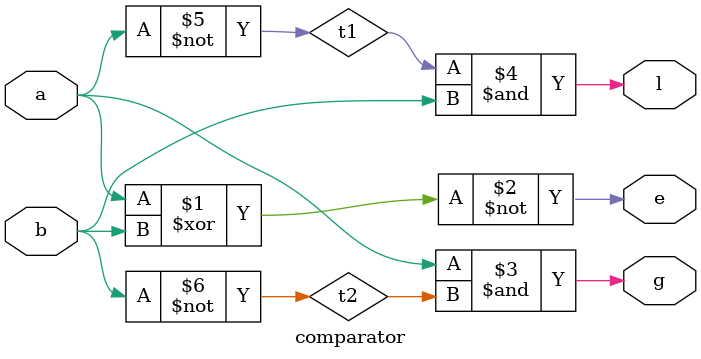
<source format=v>
module comparator(
    input a,
    input b,
    output e,
    output g,
    output l
    );wire t1,t2;
    xnor g1(e,a,b);
    not g2(t1,a);
    not g3(t2,b);
    and g4(g,a,t2);
    and g5(l,t1,b);
endmodule

</source>
